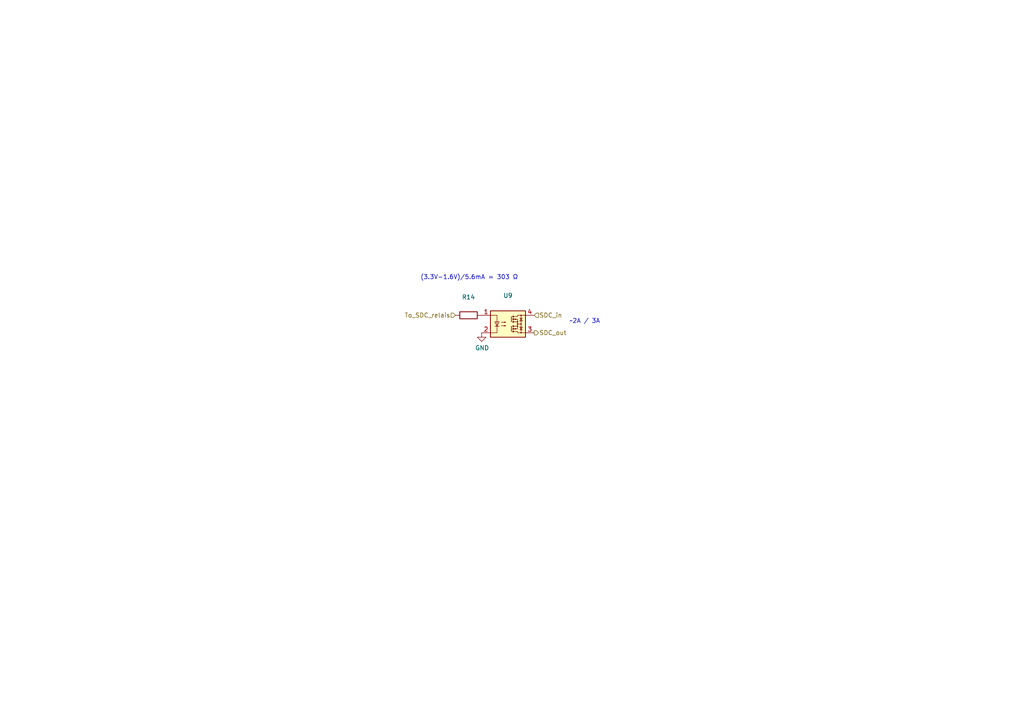
<source format=kicad_sch>
(kicad_sch (version 20211123) (generator eeschema)
  (paper "A4")
  (title_block (title "SDCL - SDC  Relay") (date "2021-12-16") (rev "v1.0") (company "FaSTTUBe - Formula Student Team TU Berlin") (comment 1 "Car 113") (comment 2 "EBS Electronics") (comment 3 "Solid-State relay switching the SDC right before TSMS"))
  (lib_symbols
    (symbol "Device:R" (pin_numbers hide) (pin_names (offset 0))
      (property "Reference" "R" (at 2.032 0 90))
      (property "Value" "R" (at 0 0 90))
      (symbol "R_0_1"
        (rectangle (start -1.016 -2.54) (end 1.016 2.54) (stroke (width 0.254)))
      )
      (symbol "R_1_1"
        (pin passive line (at 0 3.81 270) (length 1.27) (name "~") (number "1"))
        (pin passive line (at 0 -3.81 90) (length 1.27) (name "~") (number "2"))
      )
    )
    (symbol "Relay_SolidState:CPC1017N"
      (property "Reference" "U" (at -5.08 5.08 0))
      (property "Value" "CPC1017N" (at 0 5.08 0))
      (symbol "CPC1017N_0_1"
        (rectangle (start -5.08 3.81) (end 5.08 -3.81) (stroke (width 0.254)) (fill (type background)))
        (polyline (pts (xy -3.81 -0.635) (xy -2.54 -0.635)))
        (polyline (pts (xy 1.016 -0.635) (xy 1.016 -2.159)) (stroke (width 0.2032)))
        (polyline (pts (xy 1.016 2.159) (xy 1.016 0.635)) (stroke (width 0.2032)))
        (polyline (pts (xy 1.524 -0.508) (xy 1.524 -0.762)) (stroke (width 0.3556)))
        (polyline (pts (xy 2.794 0) (xy 3.81 0)))
        (polyline (pts (xy 3.429 -1.651) (xy 4.191 -1.651)))
        (polyline (pts (xy 3.429 1.651) (xy 4.191 1.651)))
        (polyline (pts (xy 3.81 -2.54) (xy 3.81 2.54)))
        (polyline (pts (xy 1.524 -2.032) (xy 1.524 -2.286) (xy 1.524 -2.286)) (stroke (width 0.3556)))
        (polyline (pts (xy 1.524 -1.27) (xy 1.524 -1.524) (xy 1.524 -1.524)) (stroke (width 0.3556)))
        (polyline (pts (xy 1.524 0.762) (xy 1.524 0.508) (xy 1.524 0.508)) (stroke (width 0.3556)))
        (polyline (pts (xy 1.524 1.524) (xy 1.524 1.27) (xy 1.524 1.27)) (stroke (width 0.3556)))
        (polyline (pts (xy 1.524 2.286) (xy 1.524 2.032) (xy 1.524 2.032)) (stroke (width 0.3556)))
        (polyline (pts (xy 1.651 -1.397) (xy 2.794 -1.397) (xy 2.794 -0.635)))
        (polyline (pts (xy 1.651 1.397) (xy 2.794 1.397) (xy 2.794 0.635)))
        (polyline (pts (xy -5.08 2.54) (xy -3.175 2.54) (xy -3.175 -2.54) (xy -5.08 -2.54)))
        (polyline (pts (xy -3.175 -0.635) (xy -3.81 0.635) (xy -2.54 0.635) (xy -3.175 -0.635)))
        (polyline (pts (xy 1.651 -2.159) (xy 2.794 -2.159) (xy 2.794 -2.54) (xy 5.08 -2.54)))
        (polyline (pts (xy 1.651 -0.635) (xy 2.794 -0.635) (xy 2.794 0.635) (xy 1.651 0.635)))
        (polyline (pts (xy 1.651 2.159) (xy 2.794 2.159) (xy 2.794 2.54) (xy 5.08 2.54)))
        (polyline (pts (xy 1.778 -1.397) (xy 2.286 -1.27) (xy 2.286 -1.524) (xy 1.778 -1.397)))
        (polyline (pts (xy 1.778 1.397) (xy 2.286 1.524) (xy 2.286 1.27) (xy 1.778 1.397)))
        (polyline (pts (xy 3.81 -1.651) (xy 3.429 -0.889) (xy 4.191 -0.889) (xy 3.81 -1.651)))
        (polyline (pts (xy 3.81 1.651) (xy 3.429 0.889) (xy 4.191 0.889) (xy 3.81 1.651)))
        (polyline (pts (xy -1.905 -0.508) (xy -0.635 -0.508) (xy -1.016 -0.635) (xy -1.016 -0.381) (xy -0.635 -0.508)))
        (polyline (pts (xy -1.905 0.508) (xy -0.635 0.508) (xy -1.016 0.381) (xy -1.016 0.635) (xy -0.635 0.508)))
        (circle (center 2.794 -0.635) (radius 0.127))
        (circle (center 2.794 0) (radius 0.127))
        (circle (center 2.794 0.635) (radius 0.127))
        (circle (center 3.81 -2.54) (radius 0.127))
        (circle (center 3.81 0) (radius 0.127))
        (circle (center 3.81 2.54) (radius 0.127))
      )
      (symbol "CPC1017N_1_1"
        (pin passive line (at -7.62 2.54 0) (length 2.54) (name "~") (number "1"))
        (pin passive line (at -7.62 -2.54 0) (length 2.54) (name "~") (number "2"))
        (pin passive line (at 7.62 -2.54 180) (length 2.54) (name "~") (number "3"))
        (pin passive line (at 7.62 2.54 180) (length 2.54) (name "~") (number "4"))
      )
    )
    (symbol "power:GND" (power) (pin_names (offset 0))
      (property "Value" "GND" (at 0 -3.81 0))
      (symbol "GND_0_1"
        (polyline (pts (xy 0 0) (xy 0 -1.27) (xy 1.27 -1.27) (xy 0 -2.54) (xy -1.27 -1.27) (xy 0 -1.27)))
      )
      (symbol "GND_1_1"
        (pin power_in line (at 0 0 270) (length 0) hide (name "GND") (number "1"))
      )
    )
  )
  (text "~2A / 3A" (at 165.1 93.98 0) (effects (font (size 1.27 1.27)) (justify left bottom)))
  (text "(3.3V−1.6V)/5.6mA = 303 Ω" (at 121.92 81.28 0) (effects (font (size 1.27 1.27)) (justify left bottom)))
  (hierarchical_label "To_SDC_relais" (shape input) (at 132.08 91.44 180))
  (hierarchical_label "SDC_out" (shape output) (at 154.94 96.52 0))
  (hierarchical_label "SDC_in" (shape input) (at 154.94 91.44 0))
  (symbol (lib_id "power:GND") (at 139.7 96.52 0) (unit 1)
    (property "Reference" "#PWR0149" (effects hide))
  )
  (symbol (lib_id "Relay_SolidState:CPC1017N") (at 147.32 93.98 0) (unit 1)
    (property "Reference" "U9" (at 147.32 85.725 0))
    (property "Datasheet" "http://www.ixysic.com/home/pdfs.nsf/www/CPC1017N.pdf/$file/CPC1017N.pdf" (effects hide))
  )
  (symbol (lib_id "Device:R") (at 135.89 91.44 90) (unit 1)
    (property "Reference" "R14" (at 135.89 86.1822 90))
  )
)
</source>
